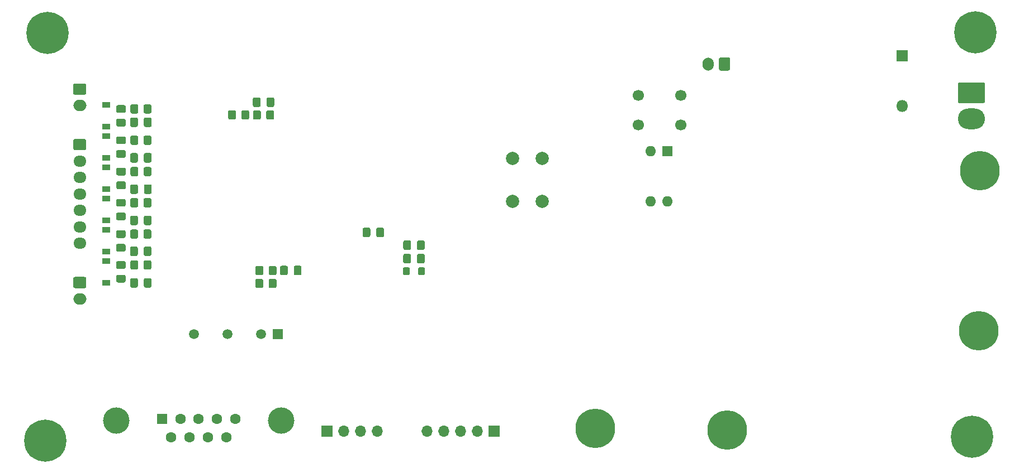
<source format=gbr>
G04 #@! TF.GenerationSoftware,KiCad,Pcbnew,5.1.9-73d0e3b20d~88~ubuntu18.04.1*
G04 #@! TF.CreationDate,2021-03-04T19:29:10-03:00*
G04 #@! TF.ProjectId,bms_hardware,626d735f-6861-4726-9477-6172652e6b69,rev?*
G04 #@! TF.SameCoordinates,Original*
G04 #@! TF.FileFunction,Soldermask,Bot*
G04 #@! TF.FilePolarity,Negative*
%FSLAX46Y46*%
G04 Gerber Fmt 4.6, Leading zero omitted, Abs format (unit mm)*
G04 Created by KiCad (PCBNEW 5.1.9-73d0e3b20d~88~ubuntu18.04.1) date 2021-03-04 19:29:10*
%MOMM*%
%LPD*%
G01*
G04 APERTURE LIST*
%ADD10R,1.508000X1.508000*%
%ADD11C,1.508000*%
%ADD12C,6.000000*%
%ADD13C,3.400000*%
%ADD14C,4.000000*%
%ADD15C,1.600000*%
%ADD16R,1.600000X1.600000*%
%ADD17C,1.700000*%
%ADD18R,1.700000X1.700000*%
%ADD19O,1.700000X1.700000*%
%ADD20C,0.800000*%
%ADD21C,6.400000*%
%ADD22C,2.000000*%
%ADD23R,1.200000X0.900000*%
%ADD24O,1.950000X1.700000*%
%ADD25O,1.800000X1.800000*%
%ADD26R,1.800000X1.800000*%
%ADD27O,4.100000X3.160000*%
%ADD28O,1.600000X1.600000*%
%ADD29O,2.000000X1.700000*%
%ADD30O,1.700000X2.000000*%
G04 APERTURE END LIST*
D10*
X125510000Y-131940000D03*
D11*
X122970000Y-131940000D03*
X117890000Y-131940000D03*
X112810000Y-131940000D03*
D12*
X231830000Y-107150000D03*
D13*
X231830000Y-107150000D03*
D14*
X125990000Y-145120000D03*
X100990000Y-145120000D03*
D15*
X117645000Y-147660000D03*
X114875000Y-147660000D03*
X112105000Y-147660000D03*
X109335000Y-147660000D03*
X119030000Y-144820000D03*
X116260000Y-144820000D03*
X113490000Y-144820000D03*
X110720000Y-144820000D03*
D16*
X107950000Y-144820000D03*
D17*
X180050000Y-95750000D03*
X186550000Y-95750000D03*
X180050000Y-100250000D03*
X186550000Y-100250000D03*
D18*
X158210000Y-146670000D03*
D19*
X155670000Y-146670000D03*
X153130000Y-146670000D03*
X150590000Y-146670000D03*
X148050000Y-146670000D03*
D20*
X91987056Y-146442944D03*
X90290000Y-145740000D03*
X88592944Y-146442944D03*
X87890000Y-148140000D03*
X88592944Y-149837056D03*
X90290000Y-150540000D03*
X91987056Y-149837056D03*
X92690000Y-148140000D03*
D21*
X90290000Y-148140000D03*
D20*
X92262057Y-84572944D03*
X90565001Y-83870000D03*
X88867945Y-84572944D03*
X88165001Y-86270000D03*
X88867945Y-87967056D03*
X90565001Y-88670000D03*
X92262057Y-87967056D03*
X92965001Y-86270000D03*
D21*
X90565001Y-86270000D03*
D20*
X232287056Y-145812944D03*
X230590000Y-145110000D03*
X228892944Y-145812944D03*
X228190000Y-147510000D03*
X228892944Y-149207056D03*
X230590000Y-149910000D03*
X232287056Y-149207056D03*
X232990000Y-147510000D03*
D21*
X230590000Y-147510000D03*
D20*
X232827056Y-84452944D03*
X231130000Y-83750000D03*
X229432944Y-84452944D03*
X228730000Y-86150000D03*
X229432944Y-87847056D03*
X231130000Y-88550000D03*
X232827056Y-87847056D03*
X233530000Y-86150000D03*
D21*
X231130000Y-86150000D03*
D22*
X161030000Y-105330000D03*
X165530000Y-105330000D03*
X161030000Y-111830000D03*
X165530000Y-111830000D03*
D12*
X231670000Y-131480000D03*
D13*
X231670000Y-131480000D03*
D12*
X193570000Y-146530000D03*
D13*
X193570000Y-146530000D03*
D19*
X140570000Y-146670000D03*
X138030000Y-146670000D03*
X135490000Y-146670000D03*
D18*
X132950000Y-146670000D03*
D12*
X173600000Y-146270000D03*
D13*
X173600000Y-146270000D03*
D23*
X99480000Y-101914000D03*
X99480000Y-105214000D03*
G36*
G01*
X94745000Y-102340000D02*
X96195000Y-102340000D01*
G75*
G02*
X96445000Y-102590000I0J-250000D01*
G01*
X96445000Y-103790000D01*
G75*
G02*
X96195000Y-104040000I-250000J0D01*
G01*
X94745000Y-104040000D01*
G75*
G02*
X94495000Y-103790000I0J250000D01*
G01*
X94495000Y-102590000D01*
G75*
G02*
X94745000Y-102340000I250000J0D01*
G01*
G37*
D24*
X95470000Y-105690000D03*
X95470000Y-108190000D03*
X95470000Y-110690000D03*
X95470000Y-113190000D03*
X95470000Y-115690000D03*
X95470000Y-118190000D03*
G36*
G01*
X105140000Y-98237501D02*
X105140000Y-97337499D01*
G75*
G02*
X105389999Y-97087500I249999J0D01*
G01*
X106090001Y-97087500D01*
G75*
G02*
X106340000Y-97337499I0J-249999D01*
G01*
X106340000Y-98237501D01*
G75*
G02*
X106090001Y-98487500I-249999J0D01*
G01*
X105389999Y-98487500D01*
G75*
G02*
X105140000Y-98237501I0J249999D01*
G01*
G37*
G36*
G01*
X103140000Y-98237501D02*
X103140000Y-97337499D01*
G75*
G02*
X103389999Y-97087500I249999J0D01*
G01*
X104090001Y-97087500D01*
G75*
G02*
X104340000Y-97337499I0J-249999D01*
G01*
X104340000Y-98237501D01*
G75*
G02*
X104090001Y-98487500I-249999J0D01*
G01*
X103389999Y-98487500D01*
G75*
G02*
X103140000Y-98237501I0J249999D01*
G01*
G37*
D23*
X99470000Y-124190000D03*
X99470000Y-120890000D03*
D25*
X220040000Y-97300000D03*
D26*
X220040000Y-89680000D03*
D27*
X230540000Y-99300000D03*
G36*
G01*
X228740000Y-93760000D02*
X232340000Y-93760000D01*
G75*
G02*
X232590000Y-94010000I0J-250000D01*
G01*
X232590000Y-96670000D01*
G75*
G02*
X232340000Y-96920000I-250000J0D01*
G01*
X228740000Y-96920000D01*
G75*
G02*
X228490000Y-96670000I0J250000D01*
G01*
X228490000Y-94010000D01*
G75*
G02*
X228740000Y-93760000I250000J0D01*
G01*
G37*
D28*
X184480000Y-111780000D03*
X181940000Y-104160000D03*
X181940000Y-111780000D03*
D16*
X184480000Y-104160000D03*
G36*
G01*
X138315000Y-117005000D02*
X138315000Y-116055000D01*
G75*
G02*
X138565000Y-115805000I250000J0D01*
G01*
X139240000Y-115805000D01*
G75*
G02*
X139490000Y-116055000I0J-250000D01*
G01*
X139490000Y-117005000D01*
G75*
G02*
X139240000Y-117255000I-250000J0D01*
G01*
X138565000Y-117255000D01*
G75*
G02*
X138315000Y-117005000I0J250000D01*
G01*
G37*
G36*
G01*
X140390000Y-117005000D02*
X140390000Y-116055000D01*
G75*
G02*
X140640000Y-115805000I250000J0D01*
G01*
X141315000Y-115805000D01*
G75*
G02*
X141565000Y-116055000I0J-250000D01*
G01*
X141565000Y-117005000D01*
G75*
G02*
X141315000Y-117255000I-250000J0D01*
G01*
X140640000Y-117255000D01*
G75*
G02*
X140390000Y-117005000I0J250000D01*
G01*
G37*
G36*
G01*
X147725000Y-120035000D02*
X147725000Y-120985000D01*
G75*
G02*
X147475000Y-121235000I-250000J0D01*
G01*
X146800000Y-121235000D01*
G75*
G02*
X146550000Y-120985000I0J250000D01*
G01*
X146550000Y-120035000D01*
G75*
G02*
X146800000Y-119785000I250000J0D01*
G01*
X147475000Y-119785000D01*
G75*
G02*
X147725000Y-120035000I0J-250000D01*
G01*
G37*
G36*
G01*
X145650000Y-120035000D02*
X145650000Y-120985000D01*
G75*
G02*
X145400000Y-121235000I-250000J0D01*
G01*
X144725000Y-121235000D01*
G75*
G02*
X144475000Y-120985000I0J250000D01*
G01*
X144475000Y-120035000D01*
G75*
G02*
X144725000Y-119785000I250000J0D01*
G01*
X145400000Y-119785000D01*
G75*
G02*
X145650000Y-120035000I0J-250000D01*
G01*
G37*
G36*
G01*
X147725000Y-117995000D02*
X147725000Y-118945000D01*
G75*
G02*
X147475000Y-119195000I-250000J0D01*
G01*
X146800000Y-119195000D01*
G75*
G02*
X146550000Y-118945000I0J250000D01*
G01*
X146550000Y-117995000D01*
G75*
G02*
X146800000Y-117745000I250000J0D01*
G01*
X147475000Y-117745000D01*
G75*
G02*
X147725000Y-117995000I0J-250000D01*
G01*
G37*
G36*
G01*
X145650000Y-117995000D02*
X145650000Y-118945000D01*
G75*
G02*
X145400000Y-119195000I-250000J0D01*
G01*
X144725000Y-119195000D01*
G75*
G02*
X144475000Y-118945000I0J250000D01*
G01*
X144475000Y-117995000D01*
G75*
G02*
X144725000Y-117745000I250000J0D01*
G01*
X145400000Y-117745000D01*
G75*
G02*
X145650000Y-117995000I0J-250000D01*
G01*
G37*
G36*
G01*
X126990000Y-121835000D02*
X126990000Y-122785000D01*
G75*
G02*
X126740000Y-123035000I-250000J0D01*
G01*
X126065000Y-123035000D01*
G75*
G02*
X125815000Y-122785000I0J250000D01*
G01*
X125815000Y-121835000D01*
G75*
G02*
X126065000Y-121585000I250000J0D01*
G01*
X126740000Y-121585000D01*
G75*
G02*
X126990000Y-121835000I0J-250000D01*
G01*
G37*
G36*
G01*
X129065000Y-121835000D02*
X129065000Y-122785000D01*
G75*
G02*
X128815000Y-123035000I-250000J0D01*
G01*
X128140000Y-123035000D01*
G75*
G02*
X127890000Y-122785000I0J250000D01*
G01*
X127890000Y-121835000D01*
G75*
G02*
X128140000Y-121585000I250000J0D01*
G01*
X128815000Y-121585000D01*
G75*
G02*
X129065000Y-121835000I0J-250000D01*
G01*
G37*
G36*
G01*
X124945000Y-96295000D02*
X124945000Y-97245000D01*
G75*
G02*
X124695000Y-97495000I-250000J0D01*
G01*
X124020000Y-97495000D01*
G75*
G02*
X123770000Y-97245000I0J250000D01*
G01*
X123770000Y-96295000D01*
G75*
G02*
X124020000Y-96045000I250000J0D01*
G01*
X124695000Y-96045000D01*
G75*
G02*
X124945000Y-96295000I0J-250000D01*
G01*
G37*
G36*
G01*
X122870000Y-96295000D02*
X122870000Y-97245000D01*
G75*
G02*
X122620000Y-97495000I-250000J0D01*
G01*
X121945000Y-97495000D01*
G75*
G02*
X121695000Y-97245000I0J250000D01*
G01*
X121695000Y-96295000D01*
G75*
G02*
X121945000Y-96045000I250000J0D01*
G01*
X122620000Y-96045000D01*
G75*
G02*
X122870000Y-96295000I0J-250000D01*
G01*
G37*
G36*
G01*
X103115000Y-100285000D02*
X103115000Y-99335000D01*
G75*
G02*
X103365000Y-99085000I250000J0D01*
G01*
X104040000Y-99085000D01*
G75*
G02*
X104290000Y-99335000I0J-250000D01*
G01*
X104290000Y-100285000D01*
G75*
G02*
X104040000Y-100535000I-250000J0D01*
G01*
X103365000Y-100535000D01*
G75*
G02*
X103115000Y-100285000I0J250000D01*
G01*
G37*
G36*
G01*
X105190000Y-100285000D02*
X105190000Y-99335000D01*
G75*
G02*
X105440000Y-99085000I250000J0D01*
G01*
X106115000Y-99085000D01*
G75*
G02*
X106365000Y-99335000I0J-250000D01*
G01*
X106365000Y-100285000D01*
G75*
G02*
X106115000Y-100535000I-250000J0D01*
G01*
X105440000Y-100535000D01*
G75*
G02*
X105190000Y-100285000I0J250000D01*
G01*
G37*
G36*
G01*
X105190000Y-105687500D02*
X105190000Y-104737500D01*
G75*
G02*
X105440000Y-104487500I250000J0D01*
G01*
X106115000Y-104487500D01*
G75*
G02*
X106365000Y-104737500I0J-250000D01*
G01*
X106365000Y-105687500D01*
G75*
G02*
X106115000Y-105937500I-250000J0D01*
G01*
X105440000Y-105937500D01*
G75*
G02*
X105190000Y-105687500I0J250000D01*
G01*
G37*
G36*
G01*
X103115000Y-105687500D02*
X103115000Y-104737500D01*
G75*
G02*
X103365000Y-104487500I250000J0D01*
G01*
X104040000Y-104487500D01*
G75*
G02*
X104290000Y-104737500I0J-250000D01*
G01*
X104290000Y-105687500D01*
G75*
G02*
X104040000Y-105937500I-250000J0D01*
G01*
X103365000Y-105937500D01*
G75*
G02*
X103115000Y-105687500I0J250000D01*
G01*
G37*
G36*
G01*
X105200000Y-110441500D02*
X105200000Y-109491500D01*
G75*
G02*
X105450000Y-109241500I250000J0D01*
G01*
X106125000Y-109241500D01*
G75*
G02*
X106375000Y-109491500I0J-250000D01*
G01*
X106375000Y-110441500D01*
G75*
G02*
X106125000Y-110691500I-250000J0D01*
G01*
X105450000Y-110691500D01*
G75*
G02*
X105200000Y-110441500I0J250000D01*
G01*
G37*
G36*
G01*
X103125000Y-110441500D02*
X103125000Y-109491500D01*
G75*
G02*
X103375000Y-109241500I250000J0D01*
G01*
X104050000Y-109241500D01*
G75*
G02*
X104300000Y-109491500I0J-250000D01*
G01*
X104300000Y-110441500D01*
G75*
G02*
X104050000Y-110691500I-250000J0D01*
G01*
X103375000Y-110691500D01*
G75*
G02*
X103125000Y-110441500I0J250000D01*
G01*
G37*
G36*
G01*
X101245000Y-99280000D02*
X102195000Y-99280000D01*
G75*
G02*
X102445000Y-99530000I0J-250000D01*
G01*
X102445000Y-100205000D01*
G75*
G02*
X102195000Y-100455000I-250000J0D01*
G01*
X101245000Y-100455000D01*
G75*
G02*
X100995000Y-100205000I0J250000D01*
G01*
X100995000Y-99530000D01*
G75*
G02*
X101245000Y-99280000I250000J0D01*
G01*
G37*
G36*
G01*
X101245000Y-97205000D02*
X102195000Y-97205000D01*
G75*
G02*
X102445000Y-97455000I0J-250000D01*
G01*
X102445000Y-98130000D01*
G75*
G02*
X102195000Y-98380000I-250000J0D01*
G01*
X101245000Y-98380000D01*
G75*
G02*
X100995000Y-98130000I0J250000D01*
G01*
X100995000Y-97455000D01*
G75*
G02*
X101245000Y-97205000I250000J0D01*
G01*
G37*
G36*
G01*
X101245000Y-101959000D02*
X102195000Y-101959000D01*
G75*
G02*
X102445000Y-102209000I0J-250000D01*
G01*
X102445000Y-102884000D01*
G75*
G02*
X102195000Y-103134000I-250000J0D01*
G01*
X101245000Y-103134000D01*
G75*
G02*
X100995000Y-102884000I0J250000D01*
G01*
X100995000Y-102209000D01*
G75*
G02*
X101245000Y-101959000I250000J0D01*
G01*
G37*
G36*
G01*
X101245000Y-104034000D02*
X102195000Y-104034000D01*
G75*
G02*
X102445000Y-104284000I0J-250000D01*
G01*
X102445000Y-104959000D01*
G75*
G02*
X102195000Y-105209000I-250000J0D01*
G01*
X101245000Y-105209000D01*
G75*
G02*
X100995000Y-104959000I0J250000D01*
G01*
X100995000Y-104284000D01*
G75*
G02*
X101245000Y-104034000I250000J0D01*
G01*
G37*
G36*
G01*
X101255000Y-106717500D02*
X102205000Y-106717500D01*
G75*
G02*
X102455000Y-106967500I0J-250000D01*
G01*
X102455000Y-107642500D01*
G75*
G02*
X102205000Y-107892500I-250000J0D01*
G01*
X101255000Y-107892500D01*
G75*
G02*
X101005000Y-107642500I0J250000D01*
G01*
X101005000Y-106967500D01*
G75*
G02*
X101255000Y-106717500I250000J0D01*
G01*
G37*
G36*
G01*
X101255000Y-108792500D02*
X102205000Y-108792500D01*
G75*
G02*
X102455000Y-109042500I0J-250000D01*
G01*
X102455000Y-109717500D01*
G75*
G02*
X102205000Y-109967500I-250000J0D01*
G01*
X101255000Y-109967500D01*
G75*
G02*
X101005000Y-109717500I0J250000D01*
G01*
X101005000Y-109042500D01*
G75*
G02*
X101255000Y-108792500I250000J0D01*
G01*
G37*
G36*
G01*
X105180000Y-115180000D02*
X105180000Y-114230000D01*
G75*
G02*
X105430000Y-113980000I250000J0D01*
G01*
X106105000Y-113980000D01*
G75*
G02*
X106355000Y-114230000I0J-250000D01*
G01*
X106355000Y-115180000D01*
G75*
G02*
X106105000Y-115430000I-250000J0D01*
G01*
X105430000Y-115430000D01*
G75*
G02*
X105180000Y-115180000I0J250000D01*
G01*
G37*
G36*
G01*
X103105000Y-115180000D02*
X103105000Y-114230000D01*
G75*
G02*
X103355000Y-113980000I250000J0D01*
G01*
X104030000Y-113980000D01*
G75*
G02*
X104280000Y-114230000I0J-250000D01*
G01*
X104280000Y-115180000D01*
G75*
G02*
X104030000Y-115430000I-250000J0D01*
G01*
X103355000Y-115430000D01*
G75*
G02*
X103105000Y-115180000I0J250000D01*
G01*
G37*
G36*
G01*
X105170000Y-119865000D02*
X105170000Y-118915000D01*
G75*
G02*
X105420000Y-118665000I250000J0D01*
G01*
X106095000Y-118665000D01*
G75*
G02*
X106345000Y-118915000I0J-250000D01*
G01*
X106345000Y-119865000D01*
G75*
G02*
X106095000Y-120115000I-250000J0D01*
G01*
X105420000Y-120115000D01*
G75*
G02*
X105170000Y-119865000I0J250000D01*
G01*
G37*
G36*
G01*
X103095000Y-119865000D02*
X103095000Y-118915000D01*
G75*
G02*
X103345000Y-118665000I250000J0D01*
G01*
X104020000Y-118665000D01*
G75*
G02*
X104270000Y-118915000I0J-250000D01*
G01*
X104270000Y-119865000D01*
G75*
G02*
X104020000Y-120115000I-250000J0D01*
G01*
X103345000Y-120115000D01*
G75*
G02*
X103095000Y-119865000I0J250000D01*
G01*
G37*
G36*
G01*
X103105000Y-124663500D02*
X103105000Y-123713500D01*
G75*
G02*
X103355000Y-123463500I250000J0D01*
G01*
X104030000Y-123463500D01*
G75*
G02*
X104280000Y-123713500I0J-250000D01*
G01*
X104280000Y-124663500D01*
G75*
G02*
X104030000Y-124913500I-250000J0D01*
G01*
X103355000Y-124913500D01*
G75*
G02*
X103105000Y-124663500I0J250000D01*
G01*
G37*
G36*
G01*
X105180000Y-124663500D02*
X105180000Y-123713500D01*
G75*
G02*
X105430000Y-123463500I250000J0D01*
G01*
X106105000Y-123463500D01*
G75*
G02*
X106355000Y-123713500I0J-250000D01*
G01*
X106355000Y-124663500D01*
G75*
G02*
X106105000Y-124913500I-250000J0D01*
G01*
X105430000Y-124913500D01*
G75*
G02*
X105180000Y-124663500I0J250000D01*
G01*
G37*
G36*
G01*
X101235000Y-113517500D02*
X102185000Y-113517500D01*
G75*
G02*
X102435000Y-113767500I0J-250000D01*
G01*
X102435000Y-114442500D01*
G75*
G02*
X102185000Y-114692500I-250000J0D01*
G01*
X101235000Y-114692500D01*
G75*
G02*
X100985000Y-114442500I0J250000D01*
G01*
X100985000Y-113767500D01*
G75*
G02*
X101235000Y-113517500I250000J0D01*
G01*
G37*
G36*
G01*
X101235000Y-111442500D02*
X102185000Y-111442500D01*
G75*
G02*
X102435000Y-111692500I0J-250000D01*
G01*
X102435000Y-112367500D01*
G75*
G02*
X102185000Y-112617500I-250000J0D01*
G01*
X101235000Y-112617500D01*
G75*
G02*
X100985000Y-112367500I0J250000D01*
G01*
X100985000Y-111692500D01*
G75*
G02*
X101235000Y-111442500I250000J0D01*
G01*
G37*
G36*
G01*
X101225000Y-116201000D02*
X102175000Y-116201000D01*
G75*
G02*
X102425000Y-116451000I0J-250000D01*
G01*
X102425000Y-117126000D01*
G75*
G02*
X102175000Y-117376000I-250000J0D01*
G01*
X101225000Y-117376000D01*
G75*
G02*
X100975000Y-117126000I0J250000D01*
G01*
X100975000Y-116451000D01*
G75*
G02*
X101225000Y-116201000I250000J0D01*
G01*
G37*
G36*
G01*
X101225000Y-118276000D02*
X102175000Y-118276000D01*
G75*
G02*
X102425000Y-118526000I0J-250000D01*
G01*
X102425000Y-119201000D01*
G75*
G02*
X102175000Y-119451000I-250000J0D01*
G01*
X101225000Y-119451000D01*
G75*
G02*
X100975000Y-119201000I0J250000D01*
G01*
X100975000Y-118526000D01*
G75*
G02*
X101225000Y-118276000I250000J0D01*
G01*
G37*
G36*
G01*
X101235000Y-120887500D02*
X102185000Y-120887500D01*
G75*
G02*
X102435000Y-121137500I0J-250000D01*
G01*
X102435000Y-121812500D01*
G75*
G02*
X102185000Y-122062500I-250000J0D01*
G01*
X101235000Y-122062500D01*
G75*
G02*
X100985000Y-121812500I0J250000D01*
G01*
X100985000Y-121137500D01*
G75*
G02*
X101235000Y-120887500I250000J0D01*
G01*
G37*
G36*
G01*
X101235000Y-122962500D02*
X102185000Y-122962500D01*
G75*
G02*
X102435000Y-123212500I0J-250000D01*
G01*
X102435000Y-123887500D01*
G75*
G02*
X102185000Y-124137500I-250000J0D01*
G01*
X101235000Y-124137500D01*
G75*
G02*
X100985000Y-123887500I0J250000D01*
G01*
X100985000Y-123212500D01*
G75*
G02*
X101235000Y-122962500I250000J0D01*
G01*
G37*
D23*
X99480000Y-97160000D03*
X99480000Y-100460000D03*
G36*
G01*
X144425000Y-122770001D02*
X144425000Y-122069999D01*
G75*
G02*
X144674999Y-121820000I249999J0D01*
G01*
X145225001Y-121820000D01*
G75*
G02*
X145475000Y-122069999I0J-249999D01*
G01*
X145475000Y-122770001D01*
G75*
G02*
X145225001Y-123020000I-249999J0D01*
G01*
X144674999Y-123020000D01*
G75*
G02*
X144425000Y-122770001I0J249999D01*
G01*
G37*
G36*
G01*
X146725000Y-122770001D02*
X146725000Y-122069999D01*
G75*
G02*
X146974999Y-121820000I249999J0D01*
G01*
X147525001Y-121820000D01*
G75*
G02*
X147775000Y-122069999I0J-249999D01*
G01*
X147775000Y-122770001D01*
G75*
G02*
X147525001Y-123020000I-249999J0D01*
G01*
X146974999Y-123020000D01*
G75*
G02*
X146725000Y-122770001I0J249999D01*
G01*
G37*
G36*
G01*
X124080000Y-124730001D02*
X124080000Y-123829999D01*
G75*
G02*
X124329999Y-123580000I249999J0D01*
G01*
X125030001Y-123580000D01*
G75*
G02*
X125280000Y-123829999I0J-249999D01*
G01*
X125280000Y-124730001D01*
G75*
G02*
X125030001Y-124980000I-249999J0D01*
G01*
X124329999Y-124980000D01*
G75*
G02*
X124080000Y-124730001I0J249999D01*
G01*
G37*
G36*
G01*
X122080000Y-124730001D02*
X122080000Y-123829999D01*
G75*
G02*
X122329999Y-123580000I249999J0D01*
G01*
X123030001Y-123580000D01*
G75*
G02*
X123280000Y-123829999I0J-249999D01*
G01*
X123280000Y-124730001D01*
G75*
G02*
X123030001Y-124980000I-249999J0D01*
G01*
X122329999Y-124980000D01*
G75*
G02*
X122080000Y-124730001I0J249999D01*
G01*
G37*
G36*
G01*
X125280000Y-121869999D02*
X125280000Y-122770001D01*
G75*
G02*
X125030001Y-123020000I-249999J0D01*
G01*
X124329999Y-123020000D01*
G75*
G02*
X124080000Y-122770001I0J249999D01*
G01*
X124080000Y-121869999D01*
G75*
G02*
X124329999Y-121620000I249999J0D01*
G01*
X125030001Y-121620000D01*
G75*
G02*
X125280000Y-121869999I0J-249999D01*
G01*
G37*
G36*
G01*
X123280000Y-121869999D02*
X123280000Y-122770001D01*
G75*
G02*
X123030001Y-123020000I-249999J0D01*
G01*
X122329999Y-123020000D01*
G75*
G02*
X122080000Y-122770001I0J249999D01*
G01*
X122080000Y-121869999D01*
G75*
G02*
X122329999Y-121620000I249999J0D01*
G01*
X123030001Y-121620000D01*
G75*
G02*
X123280000Y-121869999I0J-249999D01*
G01*
G37*
G36*
G01*
X119940000Y-99140001D02*
X119940000Y-98239999D01*
G75*
G02*
X120189999Y-97990000I249999J0D01*
G01*
X120890001Y-97990000D01*
G75*
G02*
X121140000Y-98239999I0J-249999D01*
G01*
X121140000Y-99140001D01*
G75*
G02*
X120890001Y-99390000I-249999J0D01*
G01*
X120189999Y-99390000D01*
G75*
G02*
X119940000Y-99140001I0J249999D01*
G01*
G37*
G36*
G01*
X117940000Y-99140001D02*
X117940000Y-98239999D01*
G75*
G02*
X118189999Y-97990000I249999J0D01*
G01*
X118890001Y-97990000D01*
G75*
G02*
X119140000Y-98239999I0J-249999D01*
G01*
X119140000Y-99140001D01*
G75*
G02*
X118890001Y-99390000I-249999J0D01*
G01*
X118189999Y-99390000D01*
G75*
G02*
X117940000Y-99140001I0J249999D01*
G01*
G37*
G36*
G01*
X121720000Y-99160001D02*
X121720000Y-98259999D01*
G75*
G02*
X121969999Y-98010000I249999J0D01*
G01*
X122670001Y-98010000D01*
G75*
G02*
X122920000Y-98259999I0J-249999D01*
G01*
X122920000Y-99160001D01*
G75*
G02*
X122670001Y-99410000I-249999J0D01*
G01*
X121969999Y-99410000D01*
G75*
G02*
X121720000Y-99160001I0J249999D01*
G01*
G37*
G36*
G01*
X123720000Y-99160001D02*
X123720000Y-98259999D01*
G75*
G02*
X123969999Y-98010000I249999J0D01*
G01*
X124670001Y-98010000D01*
G75*
G02*
X124920000Y-98259999I0J-249999D01*
G01*
X124920000Y-99160001D01*
G75*
G02*
X124670001Y-99410000I-249999J0D01*
G01*
X123969999Y-99410000D01*
G75*
G02*
X123720000Y-99160001I0J249999D01*
G01*
G37*
G36*
G01*
X105140000Y-102991501D02*
X105140000Y-102091499D01*
G75*
G02*
X105389999Y-101841500I249999J0D01*
G01*
X106090001Y-101841500D01*
G75*
G02*
X106340000Y-102091499I0J-249999D01*
G01*
X106340000Y-102991501D01*
G75*
G02*
X106090001Y-103241500I-249999J0D01*
G01*
X105389999Y-103241500D01*
G75*
G02*
X105140000Y-102991501I0J249999D01*
G01*
G37*
G36*
G01*
X103140000Y-102991501D02*
X103140000Y-102091499D01*
G75*
G02*
X103389999Y-101841500I249999J0D01*
G01*
X104090001Y-101841500D01*
G75*
G02*
X104340000Y-102091499I0J-249999D01*
G01*
X104340000Y-102991501D01*
G75*
G02*
X104090001Y-103241500I-249999J0D01*
G01*
X103389999Y-103241500D01*
G75*
G02*
X103140000Y-102991501I0J249999D01*
G01*
G37*
G36*
G01*
X103150000Y-107750001D02*
X103150000Y-106849999D01*
G75*
G02*
X103399999Y-106600000I249999J0D01*
G01*
X104100001Y-106600000D01*
G75*
G02*
X104350000Y-106849999I0J-249999D01*
G01*
X104350000Y-107750001D01*
G75*
G02*
X104100001Y-108000000I-249999J0D01*
G01*
X103399999Y-108000000D01*
G75*
G02*
X103150000Y-107750001I0J249999D01*
G01*
G37*
G36*
G01*
X105150000Y-107750001D02*
X105150000Y-106849999D01*
G75*
G02*
X105399999Y-106600000I249999J0D01*
G01*
X106100001Y-106600000D01*
G75*
G02*
X106350000Y-106849999I0J-249999D01*
G01*
X106350000Y-107750001D01*
G75*
G02*
X106100001Y-108000000I-249999J0D01*
G01*
X105399999Y-108000000D01*
G75*
G02*
X105150000Y-107750001I0J249999D01*
G01*
G37*
G36*
G01*
X103130000Y-112479501D02*
X103130000Y-111579499D01*
G75*
G02*
X103379999Y-111329500I249999J0D01*
G01*
X104080001Y-111329500D01*
G75*
G02*
X104330000Y-111579499I0J-249999D01*
G01*
X104330000Y-112479501D01*
G75*
G02*
X104080001Y-112729500I-249999J0D01*
G01*
X103379999Y-112729500D01*
G75*
G02*
X103130000Y-112479501I0J249999D01*
G01*
G37*
G36*
G01*
X105130000Y-112479501D02*
X105130000Y-111579499D01*
G75*
G02*
X105379999Y-111329500I249999J0D01*
G01*
X106080001Y-111329500D01*
G75*
G02*
X106330000Y-111579499I0J-249999D01*
G01*
X106330000Y-112479501D01*
G75*
G02*
X106080001Y-112729500I-249999J0D01*
G01*
X105379999Y-112729500D01*
G75*
G02*
X105130000Y-112479501I0J249999D01*
G01*
G37*
G36*
G01*
X103120000Y-117233501D02*
X103120000Y-116333499D01*
G75*
G02*
X103369999Y-116083500I249999J0D01*
G01*
X104070001Y-116083500D01*
G75*
G02*
X104320000Y-116333499I0J-249999D01*
G01*
X104320000Y-117233501D01*
G75*
G02*
X104070001Y-117483500I-249999J0D01*
G01*
X103369999Y-117483500D01*
G75*
G02*
X103120000Y-117233501I0J249999D01*
G01*
G37*
G36*
G01*
X105120000Y-117233501D02*
X105120000Y-116333499D01*
G75*
G02*
X105369999Y-116083500I249999J0D01*
G01*
X106070001Y-116083500D01*
G75*
G02*
X106320000Y-116333499I0J-249999D01*
G01*
X106320000Y-117233501D01*
G75*
G02*
X106070001Y-117483500I-249999J0D01*
G01*
X105369999Y-117483500D01*
G75*
G02*
X105120000Y-117233501I0J249999D01*
G01*
G37*
G36*
G01*
X103130000Y-121920001D02*
X103130000Y-121019999D01*
G75*
G02*
X103379999Y-120770000I249999J0D01*
G01*
X104080001Y-120770000D01*
G75*
G02*
X104330000Y-121019999I0J-249999D01*
G01*
X104330000Y-121920001D01*
G75*
G02*
X104080001Y-122170000I-249999J0D01*
G01*
X103379999Y-122170000D01*
G75*
G02*
X103130000Y-121920001I0J249999D01*
G01*
G37*
G36*
G01*
X105130000Y-121920001D02*
X105130000Y-121019999D01*
G75*
G02*
X105379999Y-120770000I249999J0D01*
G01*
X106080001Y-120770000D01*
G75*
G02*
X106330000Y-121019999I0J-249999D01*
G01*
X106330000Y-121920001D01*
G75*
G02*
X106080001Y-122170000I-249999J0D01*
G01*
X105379999Y-122170000D01*
G75*
G02*
X105130000Y-121920001I0J249999D01*
G01*
G37*
G36*
G01*
X94720000Y-123290000D02*
X96220000Y-123290000D01*
G75*
G02*
X96470000Y-123540000I0J-250000D01*
G01*
X96470000Y-124740000D01*
G75*
G02*
X96220000Y-124990000I-250000J0D01*
G01*
X94720000Y-124990000D01*
G75*
G02*
X94470000Y-124740000I0J250000D01*
G01*
X94470000Y-123540000D01*
G75*
G02*
X94720000Y-123290000I250000J0D01*
G01*
G37*
D29*
X95470000Y-126640000D03*
X95470000Y-97290000D03*
G36*
G01*
X94720000Y-93940000D02*
X96220000Y-93940000D01*
G75*
G02*
X96470000Y-94190000I0J-250000D01*
G01*
X96470000Y-95390000D01*
G75*
G02*
X96220000Y-95640000I-250000J0D01*
G01*
X94720000Y-95640000D01*
G75*
G02*
X94470000Y-95390000I0J250000D01*
G01*
X94470000Y-94190000D01*
G75*
G02*
X94720000Y-93940000I250000J0D01*
G01*
G37*
D23*
X99490000Y-106668000D03*
X99490000Y-109968000D03*
X99470000Y-111402000D03*
X99470000Y-114702000D03*
X99460000Y-119456000D03*
X99460000Y-116156000D03*
G36*
G01*
X193990000Y-90220000D02*
X193990000Y-91720000D01*
G75*
G02*
X193740000Y-91970000I-250000J0D01*
G01*
X192540000Y-91970000D01*
G75*
G02*
X192290000Y-91720000I0J250000D01*
G01*
X192290000Y-90220000D01*
G75*
G02*
X192540000Y-89970000I250000J0D01*
G01*
X193740000Y-89970000D01*
G75*
G02*
X193990000Y-90220000I0J-250000D01*
G01*
G37*
D30*
X190640000Y-90970000D03*
M02*

</source>
